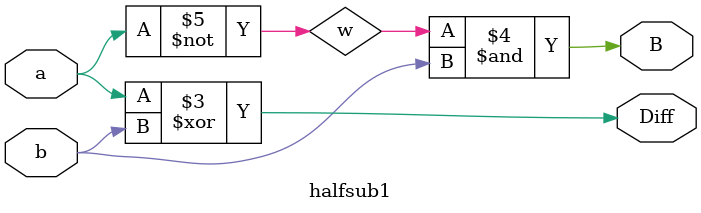
<source format=v>
module halfsub1(input a,b,output Diff,B);
wire w;
xor x1(Diff,a,b);
not n(w,a);
and aa(B,w,b);
endmodule


module halfsub1_tb();
reg a,b;
wire Diff,B;

halfsub1 gate(a,b,Diff,B);
initial
repeat(5)
begin
a=$random;b=$random;#10;
end
initial
$monitor("a=%b b=%b Diff=%b B=%b Time=%0t",a,b,Diff,B,$time);
endmodule

</source>
